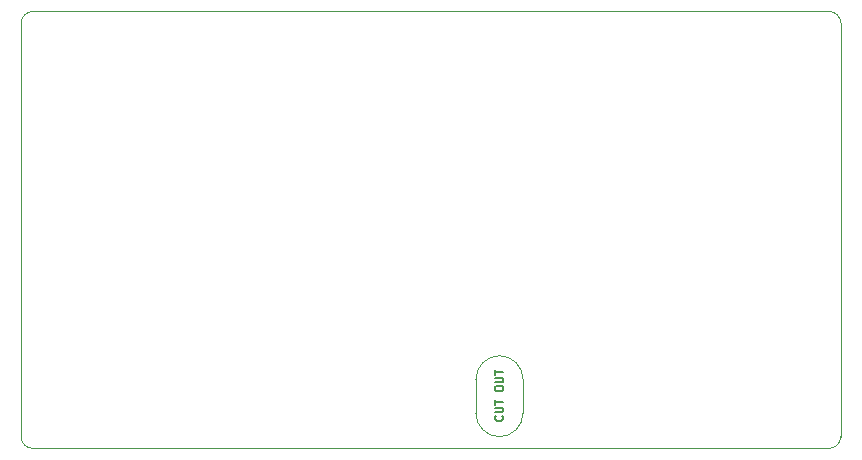
<source format=gko>
%FSLAX34Y34*%
G04 Gerber Fmt 3.4, Leading zero omitted, Abs format*
G04 (created by PCBNEW (2014-01-19 BZR 4624)-product) date 5/30/2014 10:24:27 AM*
%MOIN*%
G01*
G70*
G90*
G04 APERTURE LIST*
%ADD10C,0.005906*%
%ADD11C,0.003937*%
%ADD12C,0.006890*%
G04 APERTURE END LIST*
G54D10*
G54D11*
X25196Y-10629D02*
G75*
G03X24803Y-11023I0J-393D01*
G74*
G01*
X24803Y-24803D02*
G75*
G03X25196Y-25196I393J0D01*
G74*
G01*
X51732Y-25196D02*
G75*
G03X52125Y-24803I0J393D01*
G74*
G01*
X52125Y-11023D02*
G75*
G03X51732Y-10629I-393J0D01*
G74*
G01*
X25196Y-10629D02*
X51732Y-10629D01*
X52125Y-11023D02*
X52125Y-24803D01*
X24803Y-24803D02*
X24803Y-11023D01*
X51732Y-25196D02*
X25196Y-25196D01*
X39960Y-23228D02*
X39960Y-22893D01*
X41535Y-22893D02*
X41535Y-23228D01*
G54D12*
X40846Y-24107D02*
X40859Y-24120D01*
X40872Y-24160D01*
X40872Y-24186D01*
X40859Y-24225D01*
X40833Y-24251D01*
X40807Y-24265D01*
X40754Y-24278D01*
X40715Y-24278D01*
X40662Y-24265D01*
X40636Y-24251D01*
X40610Y-24225D01*
X40597Y-24186D01*
X40597Y-24160D01*
X40610Y-24120D01*
X40623Y-24107D01*
X40597Y-23989D02*
X40820Y-23989D01*
X40846Y-23976D01*
X40859Y-23963D01*
X40872Y-23937D01*
X40872Y-23884D01*
X40859Y-23858D01*
X40846Y-23845D01*
X40820Y-23832D01*
X40597Y-23832D01*
X40597Y-23740D02*
X40597Y-23582D01*
X40872Y-23661D02*
X40597Y-23661D01*
X40597Y-23228D02*
X40597Y-23175D01*
X40610Y-23149D01*
X40636Y-23123D01*
X40688Y-23110D01*
X40780Y-23110D01*
X40833Y-23123D01*
X40859Y-23149D01*
X40872Y-23175D01*
X40872Y-23228D01*
X40859Y-23254D01*
X40833Y-23280D01*
X40780Y-23293D01*
X40688Y-23293D01*
X40636Y-23280D01*
X40610Y-23254D01*
X40597Y-23228D01*
X40597Y-22992D02*
X40820Y-22992D01*
X40846Y-22979D01*
X40859Y-22965D01*
X40872Y-22939D01*
X40872Y-22887D01*
X40859Y-22860D01*
X40846Y-22847D01*
X40820Y-22834D01*
X40597Y-22834D01*
X40597Y-22742D02*
X40597Y-22585D01*
X40872Y-22664D02*
X40597Y-22664D01*
G54D11*
X41535Y-22893D02*
G75*
G03X40748Y-22106I-787J0D01*
G74*
G01*
X40748Y-22106D02*
G75*
G03X39960Y-22893I0J-787D01*
G74*
G01*
X39960Y-24015D02*
X39960Y-23228D01*
X39960Y-24015D02*
G75*
G03X40748Y-24803I787J0D01*
G74*
G01*
X41535Y-24015D02*
X41535Y-23228D01*
X40748Y-24803D02*
G75*
G03X41535Y-24015I0J787D01*
G74*
G01*
M02*

</source>
